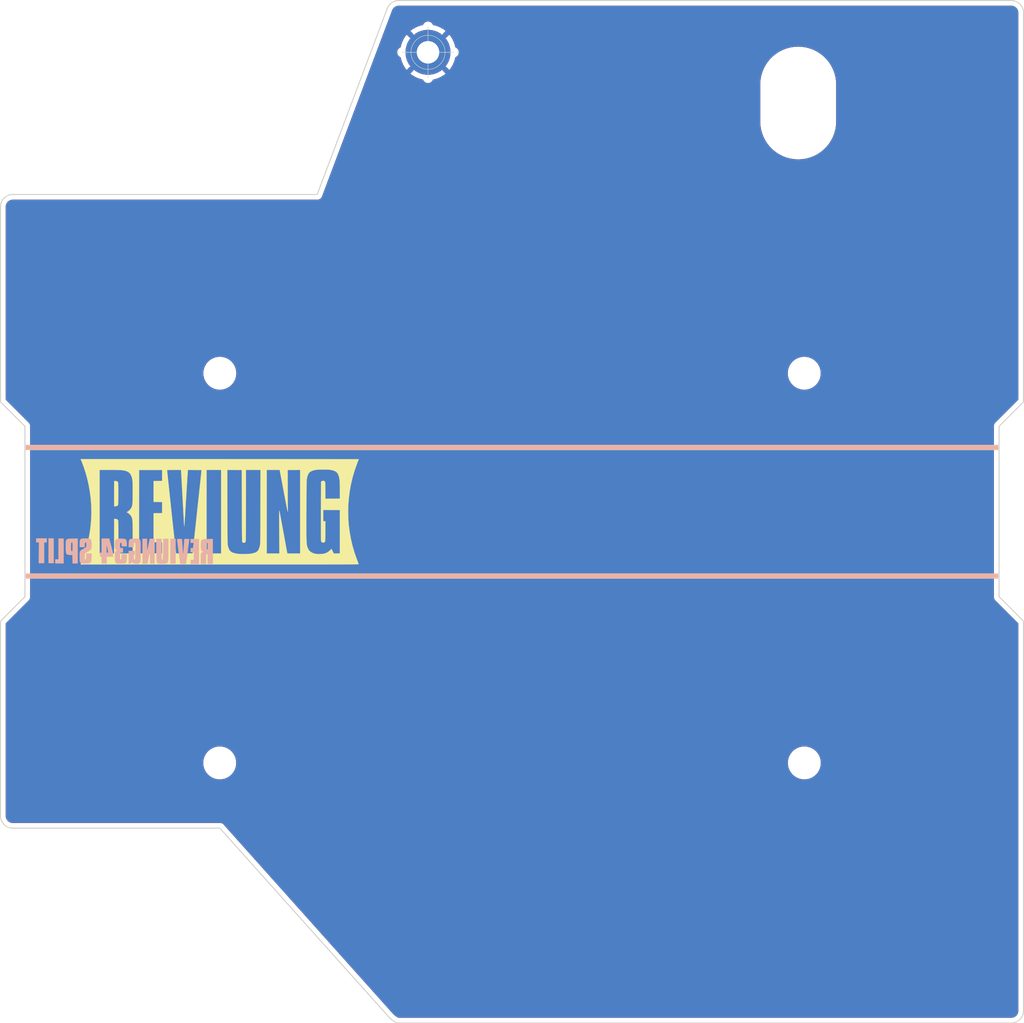
<source format=kicad_pcb>
(kicad_pcb (version 20211014) (generator pcbnew)
  (title_block (title "REVIUNG34-SPLIT-BOTTOM") (date "2019-08-30") (rev "1.0"))
  (layers (0 "F.Cu" signal) (31 "B.Cu" signal) (34 "B.Paste" user) (35 "F.Paste" user) (36 "B.SilkS" user "B.Silkscreen") (37 "F.SilkS" user "F.Silkscreen") (38 "B.Mask" user) (39 "F.Mask" user) (44 "Edge.Cuts" user))
  (net 0 "")
  (net 1 "GND")
  (footprint "MountingHole:MountingHole_2.2mm_M2_Pad" (layer "F.Cu") (at 91.78 55.07)
    (fp_text reference "H1" hide)
    (fp_text value "MountingHole_Pad")
    (pad "1" thru_hole circle locked (at 0 0) (size 4.4 4.4) (drill 2.2) (layers *.Cu *.Mask) (net 1 "GND"))
  )
  (footprint "_reviung-kbd:RESET_HOLE" (layer "F.Cu") (at 127.97 60.03)
    (fp_text reference "H6" hide)
    (fp_text value "RESET_HOLE" hide)
    (pad "" np_thru_hole oval locked (at 0 0) (size 6.4 10) (drill oval 6.4 10) (layers *.Cu *.Mask))
  )
  (footprint "MountingHole:MountingHole_2.2mm_M2" (layer "F.Cu") (at 128.56 86.46)
    (fp_text reference "H5" hide)
    (fp_text value "MountingHole_2.2mm_M2")
    (pad "" np_thru_hole circle locked (at 0 0) (size 2.2 2.2) (drill 2.2) (layers *.Cu *.Mask))
  )
  (footprint "MountingHole:MountingHole_2.2mm_M2" (layer "F.Cu") (at 71.43 86.46)
    (fp_text reference "H2" hide)
    (fp_text value "MountingHole_2.2mm_M2")
    (pad "" np_thru_hole circle locked (at 0 0) (size 2.2 2.2) (drill 2.2) (layers *.Cu *.Mask))
  )
  (footprint "MountingHole:MountingHole_2.2mm_M2" (layer "F.Cu") (at 71.42 124.57)
    (fp_text reference "H3" hide)
    (fp_text value "MountingHole_2.2mm_M2")
    (pad "" np_thru_hole circle locked (at 0 0) (size 2.2 2.2) (drill 2.2) (layers *.Cu *.Mask))
  )
  (footprint "MountingHole:MountingHole_2.2mm_M2" (layer "F.Cu") (at 128.57 124.57)
    (fp_text reference "H4" hide)
    (fp_text value "MountingHole_2.2mm_M2")
    (pad "" np_thru_hole circle locked (at 0 0) (size 2.2 2.2) (drill 2.2) (layers *.Cu *.Mask))
  )
  (footprint "_reviung-kbd:REVIUNG34-split-BP-L-logo-ver2" (layer "F.Cu") (at 100 100)
    (fp_text reference "G***" hide)
    (fp_text value "LOGO" hide)
    (fp_poly (pts (xy -27.826654 -5.143483) (xy -27.08021 -5.14343) (xy -26.34541 -5.143344) (xy -25.623371 -5.143225) (xy -24.915212 -5.143073) (xy -24.222051 -5.142891) (xy -23.545005 -5.142678) (xy -22.885194 -5.142437) (xy -22.243734 -5.142167) (xy -21.621744 -5.14187) (xy -21.020342 -5.141547) (xy -20.440646 -5.141198) (xy -19.883775 -5.140825) (xy -19.350846 -5.140428) (xy -18.842976 -5.140009) (xy -18.361286 -5.139568) (xy -17.906891 -5.139107) (xy -17.480912 -5.138626) (xy -17.084464 -5.138126) (xy -16.718667 -5.137608) (xy -16.384639 -5.137074) (xy -16.083498 -5.136523) (xy -15.816361 -5.135958) (xy -15.584347 -5.135378) (xy -15.388574 -5.134786) (xy -15.23016 -5.134181) (xy -15.110224 -5.133565) (xy -15.029882 -5.132939) (xy -14.990253 -5.132303) (xy -14.986 -5.132015) (xy -14.993408 -5.109527) (xy -15.013951 -5.054295) (xy -15.045111 -4.972907) (xy -15.084371 -4.871952) (xy -15.121518 -4.777473) (xy -15.366621 -4.102319) (xy -15.572761 -3.415824) (xy -15.740376 -2.715983) (xy -15.869906 -2.000794) (xy -15.96179 -1.268251) (xy -16.003483 -0.751417) (xy -16.012073 -0.568623) (xy -16.017237 -0.354948) (xy -16.019126 -0.119605) (xy -16.017891 0.128193) (xy -16.013683 0.379235) (xy -16.006654 0.624309) (xy -15.996954 0.854203) (xy -15.984736 1.059704) (xy -15.971071 1.222588) (xy -15.878342 1.958938) (xy -15.750774 2.672818) (xy -15.587811 3.366591) (xy -15.388899 4.042622) (xy -15.153481 4.703276) (xy -15.15236 4.706162) (xy -15.10539 4.827474) (xy -15.063327 4.936945) (xy -15.028746 5.027804) (xy -15.004222 5.093281) (xy -14.992332 5.126606) (xy -14.99202 5.127625) (xy -14.992581 5.130101) (xy -14.9964 5.132466) (xy -15.004438 5.13472) (xy -15.017654 5.136867) (xy -15.037007 5.138908) (xy -15.063456 5.140848) (xy -15.097961 5.142688) (xy -15.141481 5.144431) (xy -15.194976 5.14608) (xy -15.259404 5.147637) (xy -15.335725 5.149105) (xy -15.424898 5.150487) (xy -15.527883 5.151784) (xy -15.645639 5.153) (xy -15.779125 5.154138) (xy -15.9293 5.155199) (xy -16.097124 5.156187) (xy -16.283556 5.157105) (xy -16.489556 5.157954) (xy -16.716082 5.158737) (xy -16.964094 5.159457) (xy -17.234552 5.160117) (xy -17.528414 5.16072) (xy -17.84664 5.161267) (xy -18.190189 5.161761) (xy -18.56002 5.162206) (xy -18.957094 5.162603) (xy -19.382368 5.162956) (xy -19.836803 5.163267) (xy -20.321358 5.163538) (xy -20.836992 5.163772) (xy -21.384664 5.163972) (xy -21.965333 5.164141) (xy -22.57996 5.16428) (xy -23.229503 5.164393) (xy -23.914921 5.164483) (xy -24.637174 5.164551) (xy -25.397221 5.164601) (xy -26.196022 5.164634) (xy -27.034536 5.164655) (xy -27.913721 5.164664) (xy -28.583399 5.164666) (xy -42.185735 5.164666) (xy -42.151993 5.085291) (xy -41.895822 4.430195) (xy -41.674953 3.754607) (xy -41.490206 3.062591) (xy -41.342403 2.358213) (xy -41.232361 1.645538) (xy -41.160903 0.928631) (xy -41.128847 0.211558) (xy -41.127039 0.004473) (xy -41.143605 -0.6303) (xy -41.193177 -1.274509) (xy -41.274508 -1.921832) (xy -41.38635 -2.565944) (xy -41.527458 -3.200523) (xy -41.696583 -3.819244) (xy -41.783908 -4.085167) (xy -40.3225 -4.085167) (xy -40.3225 4.085166) (xy -38.904334 4.085166) (xy -38.904334 0.693568) (xy -38.766193 0.702364) (xy -38.655512 0.720366) (xy -38.577387 0.76081) (xy -38.526141 0.827961) (xy -38.501195 0.901541) (xy -38.498052 0.935921) (xy -38.495055 1.009084) (xy -38.492248 1.117479) (xy -38.489673 1.257555) (xy -38.487374 1.425762) (xy -38.485392 1.618549) (xy -38.483771 1.832366) (xy -38.482553 2.063661) (xy -38.481782 2.308885) (xy -38.481505 2.534708) (xy -38.481 4.085166) (xy -37.082274 4.085166) (xy -37.089072 2.460625) (xy -37.090352 2.15183) (xy -37.091476 1.902845) (xy -36.466369 1.902845) (xy -36.466311 2.237497) (xy -36.466148 2.550611) (xy -36.465884 2.840123) (xy -36.465519 3.103966) (xy -36.465058 3.340074) (xy -36.464502 3.546382) (xy -36.463854 3.720824) (xy -36.463115 3.861335) (xy -36.462289 3.965847) (xy -36.461378 4.032297) (xy -36.460384 4.058617) (xy -36.460314 4.058895) (xy -36.449829 4.064961) (xy -36.421486 4.069991) (xy -36.372429 4.074041) (xy -36.299801 4.077162) (xy -36.200746 4.079411) (xy -36.072407 4.080838) (xy -35.911926 4.0815) (xy -35.716449 4.081448) (xy -35.483116 4.080737) (xy -35.333051 4.080062) (xy -34.215917 4.074583) (xy -34.215917 2.995083) (xy -34.633959 2.989344) (xy -35.052 2.983605) (xy -35.052 0.149061) (xy -34.633959 0.143322) (xy -34.215917 0.137583) (xy -34.215917 -0.941917) (xy -34.633959 -0.947656) (xy -35.052 -0.953395) (xy -35.052 -3.004772) (xy -34.633959 -3.010511) (xy -34.215917 -3.01625) (xy -34.215917 -4.069292) (xy -33.723961 -4.069292) (xy -33.722217 -4.0477) (xy -33.716197 -3.986493) (xy -33.706168 -3.888146) (xy -33.692394 -3.755134) (xy -33.675139 -3.58993) (xy -33.654669 -3.39501) (xy -33.631249 -3.172848) (xy -33.605143 -2.925919) (xy -33.576617 -2.656697) (xy -33.545934 -2.367657) (xy -33.513361 -2.061274) (xy -33.479161 -1.740021) (xy -33.4436 -1.406374) (xy -33.406943 -1.062807) (xy -33.369455 -0.711794) (xy -33.3314 -0.355811) (xy -33.293043 0.002669) (xy -33.254649 0.36117) (xy -33.216483 0.717219) (xy -33.178811 1.06834) (xy -33.141896 1.412059) (xy -33.106003 1.745902) (xy -33.071398 2.067394) (xy -33.038346 2.374059) (xy -33.007111 2.663425) (xy -32.977958 2.933016) (xy -32.951152 3.180358) (xy -32.926958 3.402976) (xy -32.905641 3.598395) (xy -32.887465 3.764141) (xy -32.872696 3.89774) (xy -32.861599 3.996717) (xy -32.854438 4.058597) (xy -32.851653 4.080126) (xy -32.831025 4.081222) (xy -32.772656 4.081963) (xy -32.681132 4.08235) (xy -32.561045 4.082383) (xy -32.416984 4.082062) (xy -32.253537 4.081386) (xy -32.075294 4.080355) (xy -32.041084 4.080126) (xy -31.2315 4.074583) (xy -30.804728 0.09525) (xy -30.761043 -0.312262) (xy -30.718522 -0.709268) (xy -30.677391 -1.093654) (xy -30.637874 -1.463304) (xy -30.600196 -1.816104) (xy -30.564582 -2.149938) (xy -30.531257 -2.462691) (xy -30.500446 -2.75225) (xy -30.472373 -3.016498) (xy -30.447264 -3.253321) (xy -30.425343 -3.460603) (xy -30.406836 -3.636231) (xy -30.391967 -3.778088) (xy -30.38096 -3.884061) (xy -30.374042 -3.952033) (xy -30.371471 -3.979334) (xy -30.364986 -4.074584) (xy -31.024401 -4.080175) (xy -31.613064 -4.085167) (xy -29.866167 -4.085167) (xy -29.866167 4.085166) (xy -28.448 4.085166) (xy -28.448 -4.085167) (xy -29.866167 -4.085167) (xy -31.613064 -4.085167) (xy -31.680515 -4.085739) (xy -27.83533 -4.085739) (xy -27.828681 -0.471245) (xy -27.827832 -0.012919) (xy -27.827032 0.405045) (xy -27.826254 0.784619) (xy -27.82547 1.127775) (xy -27.824655 1.436483) (xy -27.823781 1.712715) (xy -27.822822 1.958443) (xy -27.821752 2.175638) (xy -27.820544 2.366271) (xy -27.819171 2.532315) (xy -27.817606 2.675741) (xy -27.815823 2.798519) (xy -27.813796 2.902623) (xy -27.811497 2.990022) (xy -27.8089 3.062689) (xy -27.805978 3.122596) (xy -27.802705 3.171712) (xy -27.799054 3.212011) (xy -27.794999 3.245464) (xy -27.790512 3.274042) (xy -27.785568 3.299716) (xy -27.780139 3.324458) (xy -27.777225 3.337135) (xy -27.724663 3.529133) (xy -27.661653 3.684195) (xy -27.583127 3.807372) (xy -27.484017 3.903717) (xy -27.359255 3.978283) (xy -27.203773 4.036123) (xy -27.034249 4.077875) (xy -26.933909 4.096021) (xy -26.815579 4.113633) (xy -26.703493 4.127132) (xy -26.694864 4.127992) (xy -26.579965 4.135554) (xy -26.436382 4.13944) (xy -26.273876 4.139907) (xy -26.102204 4.137214) (xy -25.931126 4.13162) (xy -25.7704 4.123383) (xy -25.629784 4.112762) (xy -25.519037 4.100017) (xy -25.49525 4.096197) (xy -25.294727 4.054901) (xy -25.130869 4.004891) (xy -24.998786 3.941351) (xy -24.893586 3.859469) (xy -24.810376 3.754429) (xy -24.744266 3.621416) (xy -24.690364 3.455618) (xy -24.645266 3.259666) (xy -24.640629 3.234071) (xy -24.63639 3.204227) (xy -24.632525 3.168176) (xy -24.629011 3.123959) (xy -24.625827 3.069618) (xy -24.622949 3.003195) (xy -24.620354 2.922732) (xy -24.618021 2.82627) (xy -24.615925 2.711851) (xy -24.614045 2.577516) (xy -24.612358 2.421307) (xy -24.61084 2.241267) (xy -24.609471 2.035435) (xy -24.608225 1.801855) (xy -24.607082 1.538568) (xy -24.606018 1.243615) (xy -24.605011 0.915038) (xy -24.604038 0.550879) (xy -24.603075 0.14918) (xy -24.602102 -0.292018) (xy -24.601656 -0.502709) (xy -24.594164 -4.085167) (xy -23.981834 -4.085167) (xy -23.981834 4.085166) (xy -22.751832 4.085166) (xy -22.766947 2.00025) (xy -22.769461 1.636576) (xy -22.771421 1.313437) (xy -22.77282 1.029034) (xy -22.77365 0.781573) (xy -22.773902 0.569255) (xy -22.773568 0.390286) (xy -22.77264 0.242868) (xy -22.77111 0.125206) (xy -22.768971 0.035503) (xy -22.766213 -0.028038) (xy -22.762828 -0.067212) (xy -22.75881 -0.083817) (xy -22.757531 -0.084667) (xy -22.734275 -0.079448) (xy -22.733 -0.077021) (xy -22.729248 -0.055584) (xy -22.718335 0.004675) (xy -22.700776 0.100946) (xy -22.677088 0.230418) (xy -22.647786 0.390283) (xy -22.613387 0.577729) (xy -22.574405 0.789949) (xy -22.531357 1.02413) (xy -22.484759 1.277464) (xy -22.435127 1.547142) (xy -22.382975 1.830351) (xy -22.352 1.99849) (xy -22.298628 2.288262) (xy -22.247477 2.566149) (xy -22.199065 2.82934) (xy -22.153907 3.07502) (xy -22.112518 3.300376) (xy -22.075416 3.502597) (xy -22.043116 3.678868) (xy -22.016133 3.826377) (xy -21.994985 3.942311) (xy -21.980186 4.023857) (xy -21.972253 4.068202) (xy -21.971 4.075761) (xy -21.950704 4.078136) (xy -21.893291 4.080291) (xy -21.80398 4.082147) (xy -21.687988 4.083625) (xy -21.550533 4.084648) (xy -21.396832 4.085136) (xy -21.346584 4.085166) (xy -20.722167 4.085166) (xy -20.722167 1.37212) (xy -20.105282 1.37212) (xy -20.105144 1.657435) (xy -20.104552 1.911329) (xy -20.103465 2.135983) (xy -20.101839 2.33358) (xy -20.099632 2.506303) (xy -20.096799 2.656332) (xy -20.093299 2.785852) (xy -20.089089 2.897043) (xy -20.084125 2.992088) (xy -20.078365 3.073169) (xy -20.071766 3.142469) (xy -20.064284 3.20217) (xy -20.055878 3.254454) (xy -20.046504 3.301503) (xy -20.036119 3.345499) (xy -20.033712 3.354916) (xy -19.989946 3.492114) (xy -19.932544 3.625643) (xy -19.868009 3.741868) (xy -19.814535 3.814463) (xy -19.69266 3.923538) (xy -19.537321 4.013793) (xy -19.354176 4.082579) (xy -19.148885 4.127247) (xy -19.14525 4.12778) (xy -19.037974 4.137352) (xy -18.904341 4.140328) (xy -18.757634 4.137272) (xy -18.611135 4.128748) (xy -18.478128 4.115321) (xy -18.371894 4.097555) (xy -18.358319 4.09436) (xy -18.176894 4.035331) (xy -18.0169 3.951118) (xy -17.866171 3.834785) (xy -17.809396 3.781307) (xy -17.655933 3.630083) (xy -17.543837 3.858176) (xy -17.431742 4.08627) (xy -17.134913 4.080426) (xy -16.838084 4.074583) (xy -16.838084 -0.15875) (xy -17.647709 -0.164294) (xy -18.457334 -0.169837) (xy -18.457334 0.931333) (xy -18.245667 0.931333) (xy -18.246589 1.846791) (xy -18.247201 2.043379) (xy -18.248573 2.229887) (xy -18.250612 2.401395) (xy -18.253224 2.552981) (xy -18.256315 2.679722) (xy -18.259793 2.776695) (xy -18.263563 2.838981) (xy -18.265741 2.856731) (xy -18.296662 2.945929) (xy -18.3508 3.00082) (xy -18.432469 3.024972) (xy -18.471224 3.026833) (xy -18.564848 3.009099) (xy -18.633705 2.957829) (xy -18.674302 2.875918) (xy -18.679005 2.854573) (xy -18.680508 2.8251) (xy -18.681871 2.755817) (xy -18.68309 2.649244) (xy -18.684157 2.507906) (xy -18.685068 2.334323) (xy -18.685816 2.131017) (xy -18.686396 1.900512) (xy -18.686802 1.645329) (xy -18.687028 1.36799) (xy -18.687068 1.071018) (xy -18.686917 0.756935) (xy -18.686569 0.428263) (xy -18.686018 0.087524) (xy -18.685699 -0.070627) (xy -18.679584 -2.924671) (xy -18.620195 -2.975752) (xy -18.553791 -3.015044) (xy -18.470098 -3.026833) (xy -18.469082 -3.026834) (xy -18.376806 -3.01298) (xy -18.313179 -2.969229) (xy -18.274279 -2.8923) (xy -18.265741 -2.856732) (xy -18.261431 -2.813582) (xy -18.257432 -2.73371) (xy -18.253871 -2.622727) (xy -18.250876 -2.486245) (xy -18.248575 -2.329874) (xy -18.247096 -2.159227) (xy -18.246589 -2.01584) (xy -18.245667 -1.26943) (xy -17.541875 -1.275007) (xy -16.838084 -1.280584) (xy -16.839117 -2.0955) (xy -16.839969 -2.342293) (xy -16.842088 -2.551828) (xy -16.845834 -2.729169) (xy -16.851567 -2.879383) (xy -16.859648 -3.007535) (xy -16.870436 -3.11869) (xy -16.884292 -3.217914) (xy -16.901575 -3.310271) (xy -16.922647 -3.400828) (xy -16.935394 -3.44953) (xy -16.988305 -3.610004) (xy -17.054907 -3.740687) (xy -17.140205 -3.845772) (xy -17.249205 -3.929451) (xy -17.386913 -3.995917) (xy -17.558335 -4.049362) (xy -17.686145 -4.078284) (xy -17.753378 -4.090403) (xy -17.825008 -4.099781) (xy -17.907438 -4.106738) (xy -18.00707 -4.111594) (xy -18.130308 -4.114666) (xy -18.283552 -4.116276) (xy -18.457334 -4.116739) (xy -18.66622 -4.115964) (xy -18.839316 -4.113054) (xy -18.983137 -4.107343) (xy -19.104202 -4.098162) (xy -19.209026 -4.084845) (xy -19.304127 -4.066724) (xy -19.396021 -4.043133) (xy -19.491226 -4.013405) (xy -19.501989 -4.009796) (xy -19.654402 -3.946936) (xy -19.772882 -3.869342) (xy -19.864617 -3.769757) (xy -19.936795 -3.64092) (xy -19.980496 -3.526548) (xy -19.995914 -3.480024) (xy -20.009858 -3.436365) (xy -20.02241 -3.393318) (xy -20.033649 -3.348631) (xy -20.043657 -3.30005) (xy -20.052514 -3.245323) (xy -20.0603 -3.182198) (xy -20.067097 -3.108421) (xy -20.072985 -3.02174) (xy -20.078044 -2.919903) (xy -20.082356 -2.800656) (xy -20.086 -2.661747) (xy -20.089058 -2.500923) (xy -20.091609 -2.315932) (xy -20.093736 -2.10452) (xy -20.095517 -1.864435) (xy -20.097035 -1.593425) (xy -20.098369 -1.289236) (xy -20.0996 -0.949617) (xy -20.100809 -0.572313) (xy -20.102076 -0.155073) (xy -20.102161 -0.127) (xy -20.103406 0.305823) (xy -20.10437 0.698496) (xy -20.10501 1.053201) (xy -20.105282 1.37212) (xy -20.722167 1.37212) (xy -20.722167 -4.085816) (xy -21.934897 -4.074584) (xy -21.931356 -2.25425) (xy -21.930664 -1.974872) (xy -21.929705 -1.703755) (xy -21.928509 -1.444435) (xy -21.927104 -1.200447) (xy -21.925521 -0.975326) (xy -21.923787 -0.772607) (xy -21.921933 -0.595824) (xy -21.919988 -0.448514) (xy -21.91798 -0.33421) (xy -21.915939 -0.256448) (xy -21.914632 -0.227542) (xy -21.909423 -0.130745) (xy -21.909096 -0.068971) (xy -21.91424 -0.035128) (xy -21.925444 -0.022123) (xy -21.931783 -0.021167) (xy -21.938699 -0.030058) (xy -21.948583 -0.058019) (xy -21.961826 -0.106986) (xy -21.97882 -0.178896) (xy -21.999953 -0.275682) (xy -22.025616 -0.39928) (xy -22.0562 -0.551626) (xy -22.092095 -0.734655) (xy -22.133691 -0.950302) (xy -22.181379 -1.200503) (xy -22.23555 -1.487192) (xy -22.296592 -1.812306) (xy -22.341638 -2.053167) (xy -22.721157 -4.085167) (xy -23.981834 -4.085167) (xy -24.594164 -4.085167) (xy -26.013834 -4.085167) (xy -26.015029 -0.619125) (xy -26.015268 -0.142521) (xy -26.015649 0.293215) (xy -26.016184 0.689545) (xy -26.016882 1.047935) (xy -26.017756 1.369849) (xy -26.018816 1.65675) (xy -26.020074 1.910102) (xy -26.021539 2.131371) (xy -26.023223 2.322019) (xy -26.025137 2.483511) (xy -26.027292 2.617312) (xy -26.029698 2.724885) (xy -26.032368 2.807694) (xy -26.03531 2.867204) (xy -26.038538 2.904879) (xy -26.041487 2.920751) (xy -26.084436 2.988683) (xy -26.150527 3.0303) (xy -26.228111 3.043405) (xy -26.305536 3.0258) (xy -26.36547 2.981866) (xy -26.370615 2.975176) (xy -26.375309 2.965715) (xy -26.37958 2.951562) (xy -26.383454 2.930796) (xy -26.386959 2.901495) (xy -26.390123 2.861738) (xy -26.392972 2.809605) (xy -26.395534 2.743174) (xy -26.397837 2.660524) (xy -26.399907 2.559734) (xy -26.401773 2.438883) (xy -26.403461 2.296049) (xy -26.404999 2.129313) (xy -26.406414 1.936752) (xy -26.407733 1.716445) (xy -26.408984 1.466472) (xy -26.410194 1.184911) (xy -26.411391 0.869841) (xy -26.412602 0.519341) (xy -26.413853 0.13149) (xy -26.415174 -0.295633) (xy -26.416 -0.568429) (xy -26.426584 -4.074584) (xy -27.130957 -4.080162) (xy -27.83533 -4.085739) (xy -31.680515 -4.085739) (xy -31.683817 -4.085767) (xy -31.69539 -3.995509) (xy -31.698099 -3.963367) (xy -31.703178 -3.891601) (xy -31.710463 -3.782842) (xy -31.719788 -3.639725) (xy -31.730988 -3.46488) (xy -31.743897 -3.260941) (xy -31.758352 -3.030541) (xy -31.774186 -2.776311) (xy -31.791234 -2.500885) (xy -31.809332 -2.206895) (xy -31.828314 -1.896974) (xy -31.848015 -1.573755) (xy -31.868269 -1.239869) (xy -31.868367 -1.23825) (xy -31.888531 -0.906071) (xy -31.908096 -0.585678) (xy -31.926903 -0.279601) (xy -31.944792 0.009632) (xy -31.961602 0.279492) (xy -31.977173 0.52745) (xy -31.991344 0.750976) (xy -32.003955 0.947543) (xy -32.014846 1.11462) (xy -32.023856 1.24968) (xy -32.030825 1.350193) (xy -32.035592 1.41363) (xy -32.037998 1.437463) (xy -32.038052 1.437569) (xy -32.055545 1.437177) (xy -32.057829 1.415283) (xy -32.062211 1.353694) (xy -32.068542 1.254986) (xy -32.076675 1.121739) (xy -32.086463 0.956529) (xy -32.097758 0.761936) (xy -32.110413 0.540536) (xy -32.124279 0.294908) (xy -32.13921 0.027629) (xy -32.155058 -0.258722) (xy -32.171675 -0.561567) (xy -32.188914 -0.878329) (xy -32.203235 -1.143392) (xy -32.221037 -1.473443) (xy -32.238392 -1.794224) (xy -32.255145 -2.102918) (xy -32.27114 -2.396705) (xy -32.286224 -2.672769) (xy -32.300239 -2.928292) (xy -32.313032 -3.160456) (xy -32.324447 -3.366444) (xy -32.334329 -3.543437) (xy -32.342523 -3.688618) (xy -32.348873 -3.79917) (xy -32.353225 -3.872274) (xy -32.355021 -3.899959) (xy -32.368328 -4.085167) (xy -33.042165 -4.085167) (xy -33.206669 -4.084687) (xy -33.357141 -4.083326) (xy -33.488478 -4.081202) (xy -33.59558 -4.078435) (xy -33.673343 -4.075143) (xy -33.716667 -4.071445) (xy -33.723961 -4.069292) (xy -34.215917 -4.069292) (xy -34.215917 -4.074584) (xy -36.459584 -4.074584) (xy -36.465014 -0.021167) (xy -36.465512 0.390183) (xy -36.465895 0.790326) (xy -36.466164 1.177194) (xy -36.466321 1.548722) (xy -36.466369 1.902845) (xy -37.091476 1.902845) (xy -37.09157 1.882253) (xy -37.09293 1.648778) (xy -37.094637 1.448288) (xy -37.096896 1.277669) (xy -37.099912 1.133805) (xy -37.103889 1.01358) (xy -37.109031 0.913879) (xy -37.115544 0.831587) (xy -37.123632 0.763587) (xy -37.133499 0.706765) (xy -37.145351 0.658005) (xy -37.159391 0.614191) (xy -37.175825 0.572209) (xy -37.194857 0.528941) (xy -37.216691 0.481274) (xy -37.219473 0.47519) (xy -37.281921 0.37267) (xy -37.372025 0.26842) (xy -37.477534 0.174821) (xy -37.586191 0.104258) (xy -37.586969 0.103856) (xy -37.691977 0.049749) (xy -37.588585 -0.00837) (xy -37.4714 -0.089743) (xy -37.360276 -0.194644) (xy -37.268139 -0.309712) (xy -37.223527 -0.385718) (xy -37.196568 -0.442519) (xy -37.173645 -0.496605) (xy -37.154433 -0.551841) (xy -37.138607 -0.612096) (xy -37.12584 -0.681236) (xy -37.115808 -0.763127) (xy -37.108184 -0.861637) (xy -37.102644 -0.980633) (xy -37.098863 -1.123982) (xy -37.096514 -1.29555) (xy -37.095272 -1.499205) (xy -37.094812 -1.738813) (xy -37.094779 -1.915584) (xy -37.09489 -2.160987) (xy -37.095224 -2.368128) (xy -37.095926 -2.541076) (xy -37.097138 -2.683904) (xy -37.099006 -2.800681) (xy -37.101671 -2.895477) (xy -37.105279 -2.972365) (xy -37.109972 -3.035414) (xy -37.115894 -3.088696) (xy -37.123189 -3.13628) (xy -37.132001 -3.182237) (xy -37.140951 -3.223785) (xy -37.19438 -3.422528) (xy -37.259852 -3.584573) (xy -37.340468 -3.714598) (xy -37.439326 -3.817284) (xy -37.559526 -3.89731) (xy -37.600708 -3.917831) (xy -37.67907 -3.952385) (xy -37.757223 -3.981924) (xy -37.839102 -4.006827) (xy -37.928647 -4.027476) (xy -38.029793 -4.04425) (xy -38.146479 -4.057531) (xy -38.282642 -4.067698) (xy -38.442219 -4.075132) (xy -38.629147 -4.080214) (xy -38.847363 -4.083324) (xy -39.100805 -4.084843) (xy -39.332404 -4.085167) (xy -40.3225 -4.085167) (xy -41.783908 -4.085167) (xy -41.89248 -4.415785) (xy -42.107583 -4.968875) (xy -42.181246 -5.1435) (xy -28.583623 -5.1435) (xy -27.826654 -5.143483)) (layer "F.SilkS") (width 0.01) (fill solid))
    (fp_poly (pts (xy 47.603833 6.5405) (xy -47.625 6.5405) (xy -47.625 6.053666) (xy 47.603833 6.053666) (xy 47.603833 6.5405)) (layer "F.SilkS") (width 0.01) (fill solid))
    (fp_poly (pts (xy -38.766867 -2.998952) (xy -38.667466 -2.986213) (xy -38.600965 -2.966768) (xy -38.55796 -2.93544) (xy -38.529045 -2.887056) (xy -38.519737 -2.862955) (xy -38.512501 -2.82105) (xy -38.506233 -2.7424) (xy -38.50093 -2.632156) (xy -38.496589 -2.495475) (xy -38.493207 -2.337508) (xy -38.490781 -2.163412) (xy -38.489308 -1.978339) (xy -38.488784 -1.787443) (xy -38.489208 -1.59588) (xy -38.490575 -1.408802) (xy -38.492884 -1.231363) (xy -38.49613 -1.068719) (xy -38.500311 -0.926022) (xy -38.505424 -0.808427) (xy -38.511466 -0.721088) (xy -38.518434 -0.669159) (xy -38.521024 -0.660461) (xy -38.569079 -0.590937) (xy -38.645155 -0.547997) (xy -38.752624 -0.529977) (xy -38.786866 -0.529167) (xy -38.904334 -0.529167) (xy -38.904334 -3.011789) (xy -38.766867 -2.998952)) (layer "F.SilkS") (width 0.01) (fill solid))
    (fp_poly (pts (xy 47.603833 -6.0325) (xy -47.625 -6.0325) (xy -47.625 -6.5405) (xy 47.603833 -6.5405) (xy 47.603833 -6.0325)) (layer "F.SilkS") (width 0.01) (fill solid))
  )
  (footprint "_reviung-kbd:REVIUNG34-split-BP-R-logo-ver2" (layer "B.Cu") (at 100 100 180)
    (fp_text reference "G***" hide)
    (fp_text value "LOGO" hide)
    (fp_poly (pts (xy 33.401 -5.08) (xy 32.893 -5.08) (xy 32.893 -2.645834) (xy 33.401 -2.645834) (xy 33.401 -5.08)) (layer "B.SilkS") (width 0.01) (fill solid))
    (fp_poly (pts (xy 32.086252 -3.339042) (xy 32.102643 -3.559427) (xy 32.117698 -3.748757) (xy 32.13125 -3.905458) (xy 32.143132 -4.027956) (xy 32.153177 -4.114678) (xy 32.161219 -4.164051) (xy 32.167091 -4.174501) (xy 32.170627 -4.144454) (xy 32.170885 -4.138084) (xy 32.173607 -4.083014) (xy 32.178822 -3.995607) (xy 32.186077 -3.882272) (xy 32.194916 -3.749421) (xy 32.204887 -3.603465) (xy 32.215535 -3.450814) (xy 32.226406 -3.297878) (xy 32.237045 -3.151069) (xy 32.246999 -3.016797) (xy 32.255814 -2.901473) (xy 32.263035 -2.811507) (xy 32.268208 -2.75331) (xy 32.270219 -2.735792) (xy 32.281084 -2.667) (xy 32.512959 -2.667) (xy 32.614398 -2.667361) (xy 32.680879 -2.669453) (xy 32.719777 -2.674792) (xy 32.738464 -2.684893) (xy 32.744317 -2.701272) (xy 32.744736 -2.714625) (xy 32.742082 -2.744115) (xy 32.734488 -2.811585) (xy 32.722446 -2.913034) (xy 32.706449 -3.044458) (xy 32.686992 -3.201855) (xy 32.664568 -3.381222) (xy 32.639669 -3.578557) (xy 32.61279 -3.789858) (xy 32.596666 -3.915834) (xy 32.568955 -4.132135) (xy 32.54293 -4.335796) (xy 32.519079 -4.522955) (xy 32.497892 -4.689749) (xy 32.479858 -4.832317) (xy 32.465466 -4.946799) (xy 32.455204 -5.029332) (xy 32.449561 -5.076054) (xy 32.448596 -5.085292) (xy 32.428684 -5.091112) (xy 32.374182 -5.095974) (xy 32.292831 -5.099445) (xy 32.192371 -5.101091) (xy 32.16461 -5.101167) (xy 31.880721 -5.101167) (xy 31.867862 -5.021792) (xy 31.86089 -4.975073) (xy 31.84939 -4.89361) (xy 31.833991 -4.782116) (xy 31.815318 -4.645305) (xy 31.793998 -4.487888) (xy 31.770658 -4.31458) (xy 31.745924 -4.130093) (xy 31.720425 -3.939141) (xy 31.694785 -3.746437) (xy 31.669633 -3.556693) (xy 31.645594 -3.374623) (xy 31.623296 -3.20494) (xy 31.603365 -3.052357) (xy 31.586429 -2.921587) (xy 31.573113 -2.817344) (xy 31.564045 -2.74434) (xy 31.559852 -2.707288) (xy 31.559636 -2.704042) (xy 31.563618 -2.687914) (xy 31.580427 -2.677245) (xy 31.617144 -2.670937) (xy 31.68085 -2.667892) (xy 31.778625 -2.667013) (xy 31.798601 -2.667) (xy 32.037703 -2.667) (xy 32.086252 -3.339042)) (layer "B.SilkS") (width 0.01) (fill solid))
    (fp_poly (pts (xy 44.344166 -4.656667) (xy 44.661666 -4.656667) (xy 44.661666 -5.058834) (xy 43.836166 -5.058834) (xy 43.836166 -2.624667) (xy 44.344166 -2.624667) (xy 44.344166 -4.656667)) (layer "B.SilkS") (width 0.01) (fill solid))
    (fp_poly (pts (xy 47.625 -6.5405) (xy -47.625 -6.5405) (xy -47.625 -6.053667) (xy 47.625 -6.053667) (xy 47.625 -6.5405)) (layer "B.SilkS") (width 0.01) (fill solid))
    (fp_poly (pts (xy 47.625 6.053666) (xy -47.625 6.053666) (xy -47.625 6.5405) (xy 47.625 6.5405) (xy 47.625 6.053666)) (layer "B.SilkS") (width 0.01) (fill solid))
    (fp_poly (pts (xy 42.920708 -2.628169) (xy 43.096351 -2.631788) (xy 43.234994 -2.637551) (xy 43.341963 -2.646856) (xy 43.422583 -2.661101) (xy 43.482182 -2.681685) (xy 43.526085 -2.710004) (xy 43.559618 -2.747458) (xy 43.588108 -2.795445) (xy 43.59275 -2.804584) (xy 43.60593 -2.833814) (xy 43.616066 -2.865987) (xy 43.623553 -2.906833) (xy 43.628786 -2.962078) (xy 43.63216 -3.037451) (xy 43.634071 -3.138678) (xy 43.634913 -3.271488) (xy 43.635083 -3.418417) (xy 43.634271 -3.621549) (xy 43.630325 -3.786504) (xy 43.620983 -3.917432) (xy 43.603983 -4.018479) (xy 43.57706 -4.093793) (xy 43.537953 -4.147523) (xy 43.484397 -4.183818) (xy 43.414131 -4.206823) (xy 43.324891 -4.220689) (xy 43.214415 -4.229562) (xy 43.191802 -4.230967) (xy 42.978916 -4.243917) (xy 42.973167 -4.651375) (xy 42.967419 -5.058834) (xy 42.460333 -5.058834) (xy 42.460333 -3.429) (xy 42.968333 -3.429) (xy 42.968527 -3.572901) (xy 42.969456 -3.679912) (xy 42.971642 -3.755477) (xy 42.975608 -3.805039) (xy 42.981876 -3.83404) (xy 42.990967 -3.847925) (xy 43.003404 -3.852137) (xy 43.008935 -3.852334) (xy 43.062086 -3.845617) (xy 43.083018 -3.839486) (xy 43.095017 -3.829894) (xy 43.103817 -3.807904) (xy 43.109891 -3.76786) (xy 43.113709 -3.704106) (xy 43.115744 -3.610986) (xy 43.116468 -3.482844) (xy 43.1165 -3.438064) (xy 43.116226 -3.300396) (xy 43.115006 -3.199047) (xy 43.112239 -3.128003) (xy 43.107325 -3.081251) (xy 43.099666 -3.052776) (xy 43.08866 -3.036566) (xy 43.075558 -3.027578) (xy 43.040426 -3.009848) (xy 43.013951 -3.002387) (xy 42.99491 -3.00978) (xy 42.982076 -3.036611) (xy 42.974226 -3.087466) (xy 42.970135 -3.166927) (xy 42.968579 -3.27958) (xy 42.968333 -3.429) (xy 42.460333 -3.429) (xy 42.460333 -2.621088) (xy 42.920708 -2.628169)) (layer "B.SilkS") (width 0.01) (fill solid))
    (fp_poly (pts (xy 29.712708 -2.670503) (xy 29.888358 -2.674122) (xy 30.027006 -2.679885) (xy 30.133977 -2.689191) (xy 30.214598 -2.703435) (xy 30.274191 -2.724018) (xy 30.318084 -2.752337) (xy 30.3516 -2.789789) (xy 30.380065 -2.837772) (xy 30.384705 -2.846917) (xy 30.400272 -2.882307) (xy 30.411509 -2.921456) (xy 30.419092 -2.971694) (xy 30.423697 -3.040351) (xy 30.425998 -3.134755) (xy 30.426673 -3.262236) (xy 30.426666 -3.302) (xy 30.425215 -3.462103) (xy 30.420133 -3.58582) (xy 30.40985 -3.679051) (xy 30.392793 -3.747693) (xy 30.367393 -3.797644) (xy 30.332077 -3.834803) (xy 30.285275 -3.865069) (xy 30.275268 -3.870364) (xy 30.19425 -3.912259) (xy 30.247166 -3.932967) (xy 30.326491 -3.984707) (xy 30.388219 -4.064913) (xy 30.417762 -4.141329) (xy 30.423543 -4.187108) (xy 30.42866 -4.267365) (xy 30.43282 -4.374245) (xy 30.435731 -4.499894) (xy 30.437101 -4.636458) (xy 30.437161 -4.661959) (xy 30.437666 -5.101167) (xy 29.9085 -5.101167) (xy 29.9085 -4.636245) (xy 29.908344 -4.484411) (xy 29.907548 -4.369426) (xy 29.905617 -4.285807) (xy 29.902059 -4.22807) (xy 29.896378 -4.190733) (xy 29.888082 -4.168311) (xy 29.876677 -4.15532) (xy 29.864512 -4.147782) (xy 29.832545 -4.132423) (xy 29.807881 -4.127688) (xy 29.789575 -4.137898) (xy 29.776683 -4.167372) (xy 29.76826 -4.22043) (xy 29.763362 -4.301393) (xy 29.761043 -4.41458) (xy 29.76036 -4.564311) (xy 29.760333 -4.624253) (xy 29.760333 -5.101167) (xy 29.252333 -5.101167) (xy 29.252333 -3.366841) (xy 29.760333 -3.366841) (xy 29.760333 -3.685682) (xy 29.829125 -3.67905) (xy 29.897916 -3.672417) (xy 29.903858 -3.386858) (xy 29.905692 -3.269773) (xy 29.905024 -3.187823) (xy 29.901157 -3.133848) (xy 29.893388 -3.100688) (xy 29.881021 -3.081184) (xy 29.873354 -3.07465) (xy 29.825251 -3.052289) (xy 29.798621 -3.048) (xy 29.783888 -3.051036) (xy 29.773491 -3.06429) (xy 29.766685 -3.093979) (xy 29.762722 -3.146319) (xy 29.760856 -3.227529) (xy 29.76034 -3.343825) (xy 29.760333 -3.366841) (xy 29.252333 -3.366841) (xy 29.252333 -2.663422) (xy 29.712708 -2.670503)) (layer "B.SilkS") (width 0.01) (fill solid))
    (fp_poly (pts (xy 45.317833 -5.037667) (xy 44.809833 -5.037667) (xy 44.809833 -2.6035) (xy 45.317833 -2.6035) (xy 45.317833 -5.037667)) (layer "B.SilkS") (width 0.01) (fill solid))
    (fp_poly (pts (xy 40.132 -4.0005) (xy 40.280166 -4.0005) (xy 40.280166 -4.402667) (xy 40.132 -4.402667) (xy 40.132 -5.058834) (xy 39.624 -5.058834) (xy 39.624 -4.402667) (xy 39.010166 -4.402667) (xy 39.009832 -4.206875) (xy 39.010475 -4.150613) (xy 39.013346 -4.096764) (xy 39.019555 -4.039991) (xy 39.030211 -3.974959) (xy 39.030402 -3.974028) (xy 39.475833 -3.974028) (xy 39.495593 -3.992744) (xy 39.551367 -4.000402) (xy 39.5605 -4.0005) (xy 39.645166 -4.0005) (xy 39.645166 -3.615972) (xy 39.644635 -3.494539) (xy 39.643158 -3.389994) (xy 39.640912 -3.308749) (xy 39.638071 -3.257221) (xy 39.634924 -3.241687) (xy 39.627491 -3.264557) (xy 39.613398 -3.320657) (xy 39.594437 -3.401735) (xy 39.5724 -3.499541) (xy 39.54908 -3.605824) (xy 39.52627 -3.712332) (xy 39.50576 -3.810814) (xy 39.489345 -3.89302) (xy 39.478817 -3.950698) (xy 39.475833 -3.974028) (xy 39.030402 -3.974028) (xy 39.046424 -3.896333) (xy 39.069304 -3.798777) (xy 39.099961 -3.676956) (xy 39.139504 -3.525533) (xy 39.189043 -3.339173) (xy 39.194732 -3.317875) (xy 39.379966 -2.624667) (xy 40.132 -2.624667) (xy 40.132 -4.0005)) (layer "B.SilkS") (width 0.01) (fill solid))
    (fp_poly (pts (xy 37.055368 -2.637646) (xy 37.190342 -2.646747) (xy 37.292589 -2.667295) (xy 37.366861 -2.703524) (xy 37.417907 -2.759667) (xy 37.450478 -2.839958) (xy 37.469326 -2.948629) (xy 37.479201 -3.089914) (xy 37.482122 -3.169709) (xy 37.491498 -3.471334) (xy 36.978166 -3.471334) (xy 36.978166 -3.290025) (xy 36.974501 -3.173732) (xy 36.962486 -3.094468) (xy 36.940593 -3.047482) (xy 36.907294 -3.028024) (xy 36.8935 -3.026834) (xy 36.871884 -3.02896) (xy 36.854306 -3.037881) (xy 36.84045 -3.057408) (xy 36.829999 -3.091354) (xy 36.822637 -3.143531) (xy 36.818048 -3.217751) (xy 36.815916 -3.317826) (xy 36.815924 -3.447568) (xy 36.817756 -3.61079) (xy 36.821097 -3.811304) (xy 36.822427 -3.883693) (xy 36.826512 -4.094836) (xy 36.830475 -4.267263) (xy 36.834825 -4.404588) (xy 36.840073 -4.510422) (xy 36.846726 -4.58838) (xy 36.855295 -4.642073) (xy 36.866289 -4.675114) (xy 36.880217 -4.691118) (xy 36.897588 -4.693696) (xy 36.918912 -4.686461) (xy 36.93448 -4.678558) (xy 36.954136 -4.664509) (xy 36.966842 -4.642082) (xy 36.974088 -4.602918) (xy 36.977365 -4.53866) (xy 36.978164 -4.440949) (xy 36.978166 -4.433672) (xy 36.978166 -4.212167) (xy 36.92525 -4.212167) (xy 36.9002 -4.21065) (xy 36.884646 -4.200668) (xy 36.876326 -4.174076) (xy 36.872977 -4.122726) (xy 36.872335 -4.038473) (xy 36.872333 -4.021667) (xy 36.872333 -3.831167) (xy 37.486166 -3.831167) (xy 37.486166 -5.08) (xy 37.374563 -5.08) (xy 37.308085 -5.077966) (xy 37.26909 -5.067034) (xy 37.242758 -5.039956) (xy 37.223063 -5.005917) (xy 37.191256 -4.952906) (xy 37.166291 -4.935789) (xy 37.137734 -4.951816) (xy 37.113738 -4.977088) (xy 37.064472 -5.018217) (xy 37.007394 -5.050298) (xy 36.930169 -5.071935) (xy 36.828342 -5.085924) (xy 36.719151 -5.091054) (xy 36.619837 -5.086115) (xy 36.582276 -5.080142) (xy 36.490732 -5.054974) (xy 36.42881 -5.019876) (xy 36.383805 -4.965483) (xy 36.35705 -4.914148) (xy 36.346292 -4.889773) (xy 36.337372 -4.864754) (xy 36.330119 -4.835086) (xy 36.32436 -4.796762) (xy 36.319923 -4.745777) (xy 36.316636 -4.678124) (xy 36.314326 -4.589798) (xy 36.312822 -4.476792) (xy 36.311952 -4.335101) (xy 36.311542 -4.160718) (xy 36.311422 -3.949638) (xy 36.311416 -3.852334) (xy 36.311467 -3.608683) (xy 36.31194 -3.40376) (xy 36.313315 -3.233958) (xy 36.316072 -3.095671) (xy 36.320691 -2.985292) (xy 36.32765 -2.899216) (xy 36.337431 -2.833835) (xy 36.350514 -2.785545) (xy 36.367377 -2.750739) (xy 36.388501 -2.72581) (xy 36.414365 -2.707153) (xy 36.44545 -2.691161) (xy 36.467257 -2.681139) (xy 36.511042 -2.663314) (xy 36.557064 -2.650844) (xy 36.613927 -2.64279) (xy 36.690233 -2.638212) (xy 36.794584 -2.636171) (xy 36.882916 -2.635758) (xy 37.055368 -2.637646)) (layer "B.SilkS") (width 0.01) (fill solid))
    (fp_poly (pts (xy 34.112599 -3.654289) (xy 34.117049 -3.888769) (xy 34.121091 -4.084471) (xy 34.124909 -4.244945) (xy 34.128691 -4.373743) (xy 34.13262 -4.474415) (xy 34.136883 -4.550511) (xy 34.141667 -4.605583) (xy 34.147155 -4.643182) (xy 34.153536 -4.666858) (xy 34.160993 -4.680162) (xy 34.166517 -4.684937) (xy 34.2082 -4.694568) (xy 34.235309 -4.679306) (xy 34.24314 -4.669113) (xy 34.249667 -4.650307) (xy 34.255005 -4.619324) (xy 34.259269 -4.5726) (xy 34.262576 -4.506572) (xy 34.265042 -4.417678) (xy 34.266782 -4.302352) (xy 34.267913 -4.157033) (xy 34.26855 -3.978157) (xy 34.268809 -3.76216) (xy 34.268833 -3.648658) (xy 34.268833 -2.645834) (xy 34.77859 -2.645834) (xy 34.77242 -3.762375) (xy 34.770966 -4.019343) (xy 34.769433 -4.23736) (xy 34.767459 -4.419805) (xy 34.764685 -4.570059) (xy 34.76075 -4.691502) (xy 34.755295 -4.787516) (xy 34.747958 -4.861481) (xy 34.738379 -4.916776) (xy 34.726199 -4.956784) (xy 34.711057 -4.984883) (xy 34.692593 -5.004455) (xy 34.670446 -5.018881) (xy 34.644255 -5.03154) (xy 34.636795 -5.034934) (xy 34.551787 -5.061449) (xy 34.435497 -5.080522) (xy 34.29843 -5.091476) (xy 34.151095 -5.093636) (xy 34.003997 -5.086324) (xy 33.94075 -5.079771) (xy 33.821792 -5.060126) (xy 33.737662 -5.030663) (xy 33.680948 -4.98442) (xy 33.644242 -4.914433) (xy 33.620133 -4.813737) (xy 33.613647 -4.772364) (xy 33.609186 -4.720284) (xy 33.605037 -4.630761) (xy 33.601294 -4.508685) (xy 33.598049 -4.358946) (xy 33.595397 -4.186435) (xy 33.59343 -3.996041) (xy 33.592242 -3.792654) (xy 33.591919 -3.635375) (xy 33.5915 -2.645834) (xy 34.093948 -2.645834) (xy 34.112599 -3.654289)) (layer "B.SilkS") (width 0.01) (fill solid))
    (fp_poly (pts (xy 35.537665 -3.201459) (xy 35.568798 -3.351152) (xy 35.597921 -3.488758) (xy 35.62374 -3.608353) (xy 35.644962 -3.704013) (xy 35.660292 -3.769813) (xy 35.668276 -3.799417) (xy 35.672425 -3.79028) (xy 35.676269 -3.743649) (xy 35.679654 -3.664364) (xy 35.682431 -3.557265) (xy 35.684447 -3.42719) (xy 35.685551 -3.27898) (xy 35.685658 -3.243792) (xy 35.687 -2.645834) (xy 36.1315 -2.645834) (xy 36.1315 -5.08) (xy 35.652394 -5.08) (xy 35.539268 -4.556125) (xy 35.507627 -4.410887) (xy 35.478089 -4.277731) (xy 35.452054 -4.162776) (xy 35.430922 -4.072142) (xy 35.416093 -4.011948) (xy 35.409746 -3.989917) (xy 35.405394 -3.998731) (xy 35.401378 -4.044932) (xy 35.397866 -4.123576) (xy 35.395026 -4.229715) (xy 35.393026 -4.358405) (xy 35.392032 -4.5047) (xy 35.392008 -4.513792) (xy 35.390666 -5.08) (xy 34.946166 -5.08) (xy 34.946166 -2.645834) (xy 35.423095 -2.645834) (xy 35.537665 -3.201459)) (layer "B.SilkS") (width 0.01) (fill solid))
    (fp_poly (pts (xy 38.377659 -2.635884) (xy 38.472852 -2.638336) (xy 38.541765 -2.643427) (xy 38.59242 -2.65198) (xy 38.632837 -2.664819) (xy 38.660916 -2.677584) (xy 38.721943 -2.715979) (xy 38.767166 -2.76581) (xy 38.799034 -2.833656) (xy 38.819996 -2.926098) (xy 38.832499 -3.049717) (xy 38.837311 -3.151704) (xy 38.839793 -3.312664) (xy 38.83407 -3.438437) (xy 38.818655 -3.535634) (xy 38.792061 -3.610864) (xy 38.752804 -3.670738) (xy 38.71137 -3.711947) (xy 38.627084 -3.784094) (xy 38.699718 -3.828984) (xy 38.740622 -3.85759) (xy 38.772039 -3.890279) (xy 38.7952 -3.932757) (xy 38.811333 -3.99073) (xy 38.82167 -4.069902) (xy 38.82744 -4.175978) (xy 38.829873 -4.314665) (xy 38.83025 -4.434417) (xy 38.829284 -4.614043) (xy 38.823827 -4.755887) (xy 38.810041 -4.864493) (xy 38.784087 -4.944409) (xy 38.742126 -5.000178) (xy 38.680319 -5.036349) (xy 38.594828 -5.057464) (xy 38.481814 -5.068072) (xy 38.337438 -5.072717) (xy 38.2905 -5.073574) (xy 38.146062 -5.074773) (xy 38.036209 -5.072379) (xy 37.953308 -5.065918) (xy 37.889725 -5.054912) (xy 37.860183 -5.046736) (xy 37.801222 -5.022713) (xy 37.755649 -4.989168) (xy 37.72153 -4.940656) (xy 37.696934 -4.871728) (xy 37.679927 -4.776937) (xy 37.668578 -4.650837) (xy 37.660952 -4.487978) (xy 37.660844 -4.484877) (xy 37.649177 -4.148667) (xy 38.183363 -4.148667) (xy 38.189306 -4.407959) (xy 38.19525 -4.66725) (xy 38.32225 -4.66725) (xy 38.328175 -4.384043) (xy 38.329736 -4.247853) (xy 38.326144 -4.148248) (xy 38.314801 -4.079558) (xy 38.293108 -4.036114) (xy 38.258468 -4.012243) (xy 38.208281 -4.002276) (xy 38.152428 -4.0005) (xy 38.0365 -4.0005) (xy 38.0365 -3.556) (xy 38.164023 -3.556) (xy 38.235803 -3.554425) (xy 38.27696 -3.546849) (xy 38.29917 -3.528991) (xy 38.31219 -3.501706) (xy 38.322495 -3.453633) (xy 38.329894 -3.379115) (xy 38.33283 -3.294016) (xy 38.332833 -3.291417) (xy 38.328033 -3.171023) (xy 38.312976 -3.088852) (xy 38.286675 -3.041816) (xy 38.248166 -3.026834) (xy 38.206432 -3.045502) (xy 38.178893 -3.1021) (xy 38.165229 -3.197517) (xy 38.1635 -3.261045) (xy 38.1635 -3.386667) (xy 37.649784 -3.386667) (xy 37.659885 -3.124467) (xy 37.668791 -2.977789) (xy 37.686037 -2.863474) (xy 37.716388 -2.777558) (xy 37.76461 -2.716078) (xy 37.835468 -2.675073) (xy 37.933727 -2.650577) (xy 38.064154 -2.63863) (xy 38.231513 -2.635267) (xy 38.248166 -2.63525) (xy 38.377659 -2.635884)) (layer "B.SilkS") (width 0.01) (fill solid))
    (fp_poly (pts (xy 41.852756 -2.617189) (xy 41.971279 -2.624109) (xy 42.060217 -2.637555) (xy 42.125887 -2.659204) (xy 42.174603 -2.690737) (xy 42.21268 -2.733833) (xy 42.226957 -2.755685) (xy 42.243615 -2.787247) (xy 42.255336 -2.823437) (xy 42.262965 -2.872015) (xy 42.267347 -2.940738) (xy 42.269327 -3.037363) (xy 42.269754 -3.148542) (xy 42.269833 -3.471334) (xy 41.783 -3.471334) (xy 41.78089 -3.296709) (xy 41.777271 -3.179236) (xy 41.768627 -3.097832) (xy 41.75329 -3.046365) (xy 41.729593 -3.018704) (xy 41.702791 -3.009491) (xy 41.660369 -3.020505) (xy 41.631799 -3.068681) (xy 41.616603 -3.155237) (xy 41.613666 -3.23672) (xy 41.615718 -3.324721) (xy 41.625608 -3.391425) (xy 41.648938 -3.4443) (xy 41.691307 -3.490813) (xy 41.758318 -3.538435) (xy 41.85557 -3.594632) (xy 41.900482 -3.619172) (xy 42.029299 -3.69249) (xy 42.124087 -3.755489) (xy 42.19028 -3.813169) (xy 42.233311 -3.870532) (xy 42.258615 -3.932579) (xy 42.263699 -3.953498) (xy 42.268947 -3.999185) (xy 42.273521 -4.079048) (xy 42.277141 -4.184935) (xy 42.279532 -4.30869) (xy 42.280416 -4.442159) (xy 42.280416 -4.445) (xy 42.279497 -4.607142) (xy 42.275815 -4.732622) (xy 42.267982 -4.827087) (xy 42.25461 -4.896186) (xy 42.234309 -4.945566) (xy 42.205693 -4.980878) (xy 42.167372 -5.007768) (xy 42.138474 -5.022526) (xy 42.082632 -5.038585) (xy 41.994875 -5.051994) (xy 41.885571 -5.062172) (xy 41.765088 -5.068535) (xy 41.643793 -5.070503) (xy 41.532055 -5.067492) (xy 41.454916 -5.06091) (xy 41.354495 -5.044848) (xy 41.276075 -5.021366) (xy 41.216825 -4.985465) (xy 41.173914 -4.932145) (xy 41.144511 -4.856405) (xy 41.125785 -4.753247) (xy 41.114904 -4.61767) (xy 41.109164 -4.450292) (xy 41.100864 -4.085167) (xy 41.634833 -4.085167) (xy 41.634833 -4.357742) (xy 41.635732 -4.474694) (xy 41.638953 -4.556354) (xy 41.645277 -4.609736) (xy 41.655488 -4.641855) (xy 41.668357 -4.658139) (xy 41.709116 -4.674522) (xy 41.737149 -4.663759) (xy 41.752674 -4.647219) (xy 41.763546 -4.615722) (xy 41.770835 -4.562069) (xy 41.77561 -4.47906) (xy 41.778344 -4.386448) (xy 41.7801 -4.270588) (xy 41.775659 -4.184791) (xy 41.759777 -4.120599) (xy 41.727207 -4.06955) (xy 41.672707 -4.023183) (xy 41.591031 -3.973038) (xy 41.486666 -3.91591) (xy 41.349648 -3.835661) (xy 41.248987 -3.761317) (xy 41.179968 -3.688519) (xy 41.13788 -3.612903) (xy 41.128498 -3.584457) (xy 41.116301 -3.513017) (xy 41.108654 -3.410896) (xy 41.105407 -3.289486) (xy 41.106404 -3.160176) (xy 41.111496 -3.034357) (xy 41.120528 -2.923421) (xy 41.133348 -2.838757) (xy 41.138767 -2.817221) (xy 41.162182 -2.749612) (xy 41.190099 -2.708132) (xy 41.23546 -2.677424) (xy 41.271059 -2.660237) (xy 41.313929 -2.642524) (xy 41.35819 -2.630072) (xy 41.412234 -2.621994) (xy 41.484456 -2.617404) (xy 41.583248 -2.615416) (xy 41.698333 -2.615114) (xy 41.852756 -2.617189)) (layer "B.SilkS") (width 0.01) (fill solid))
    (fp_poly (pts (xy 46.524333 -3.005667) (xy 46.250619 -3.005667) (xy 46.277195 -5.037667) (xy 45.741166 -5.037667) (xy 45.741166 -3.005667) (xy 45.487166 -3.005667) (xy 45.487166 -2.6035) (xy 46.524333 -2.6035) (xy 46.524333 -3.005667)) (layer "B.SilkS") (width 0.01) (fill solid))
    (fp_poly (pts (xy 31.4325 -3.048) (xy 31.115 -3.048) (xy 31.115 -3.554146) (xy 31.421916 -3.566584) (xy 31.428002 -3.762375) (xy 31.434088 -3.958167) (xy 31.115 -3.958167) (xy 31.115 -4.699) (xy 31.4325 -4.699) (xy 31.4325 -5.101167) (xy 30.607 -5.101167) (xy 30.607 -2.667) (xy 31.4325 -2.667) (xy 31.4325 -3.048)) (layer "B.SilkS") (width 0.01) (fill solid))
  )
  (gr_curve (pts (xy 87.810283 149.262858) (xy 87.810283 149.262858) (xy 88.415866 150.004479) (xy 88.914178 150.004479)) (layer "Edge.Cuts") (width 0.1))
  (gr_curve (pts (xy 148.800833 150.004479) (xy 149.459169 150.004479) (xy 149.992836 149.470791) (xy 149.992836 148.812476)) (layer "Edge.Cuts") (width 0.1))
  (gr_curve (pts (xy 87.794448 50.785012) (xy 87.794448 50.785012) (xy 80.947201 68.975553) (xy 80.947201 68.975553)) (layer "Edge.Cuts") (width 0.1))
  (gr_curve (pts (xy 49.992738 70.167556) (xy 49.992738 70.167556) (xy 49.992738 89.265099) (xy 49.992738 89.265099)) (layer "Edge.Cuts") (width 0.1))
  (gr_curve (pts (xy 52.376658 108.319556) (xy 52.376658 108.319556) (xy 49.992738 110.703562) (xy 49.992738 110.703562)) (layer "Edge.Cuts") (width 0.1))
  (gr_curve (pts (xy 149.992836 148.812476) (xy 149.992836 148.812174) (xy 149.99275 110.703562) (xy 149.99275 110.703562)) (layer "Edge.Cuts") (width 0.1))
  (gr_curve (pts (xy 147.60883 91.649105) (xy 147.60883 91.649105) (xy 149.99275 89.265099) (xy 149.99275 89.265099)) (layer "Edge.Cuts") (width 0.1))
  (gr_curve (pts (xy 71.43 130.95) (xy 71.43 130.95) (xy 87.810283 149.262858) (xy 87.810283 149.262858)) (layer "Edge.Cuts") (width 0.1))
  (gr_curve (pts (xy 51.184655 130.95) (xy 51.184655 130.95) (xy 71.43 130.95) (xy 71.43 130.95)) (layer "Edge.Cuts") (width 0.1))
  (gr_curve (pts (xy 49.992652 129.757997) (xy 49.992652 130.416334) (xy 50.52634 130.95) (xy 51.184655 130.95)) (layer "Edge.Cuts") (width 0.1))
  (gr_curve (pts (xy 148.800747 50.004467) (xy 148.800747 50.004467) (xy 88.9218 50.004467) (xy 88.9218 50.004467)) (layer "Edge.Cuts") (width 0.1))
  (gr_curve (pts (xy 80.947201 68.975553) (xy 80.947201 68.975553) (xy 51.184741 68.975553) (xy 51.184741 68.975553)) (layer "Edge.Cuts") (width 0.1))
  (gr_curve (pts (xy 147.60883 108.319556) (xy 147.60883 108.319556) (xy 147.60883 91.649105) (xy 147.60883 91.649105)) (layer "Edge.Cuts") (width 0.1))
  (gr_curve (pts (xy 49.992738 110.703562) (xy 49.992738 110.703562) (xy 49.992652 129.757696) (xy 49.992652 129.757997)) (layer "Edge.Cuts") (width 0.1))
  (gr_curve (pts (xy 88.9218 50.004467) (xy 88.407727 50.004467) (xy 87.961751 50.328946) (xy 87.794448 50.785012)) (layer "Edge.Cuts") (width 0.1))
  (gr_curve (pts (xy 52.376658 91.649105) (xy 52.376658 91.649105) (xy 52.376658 108.319556) (xy 52.376658 108.319556)) (layer "Edge.Cuts") (width 0.1))
  (gr_curve (pts (xy 51.184741 68.975553) (xy 50.526426 68.975553) (xy 49.992738 69.50922) (xy 49.992738 70.167556)) (layer "Edge.Cuts") (width 0.1))
  (gr_curve (pts (xy 149.99275 89.265099) (xy 149.99275 89.265099) (xy 149.99275 51.19647) (xy 149.99275 51.19647)) (layer "Edge.Cuts") (width 0.1))
  (gr_curve (pts (xy 88.914178 150.004479) (xy 88.914178 150.004479) (xy 148.800833 150.004479) (xy 148.800833 150.004479)) (layer "Edge.Cuts") (width 0.1))
  (gr_curve (pts (xy 149.99275 110.703562) (xy 149.99275 110.703562) (xy 147.60883 108.319556) (xy 147.60883 108.319556)) (layer "Edge.Cuts") (width 0.1))
  (gr_curve (pts (xy 149.99275 51.19647) (xy 149.99275 50.538156) (xy 149.459061 50.004467) (xy 148.800747 50.004467)) (layer "Edge.Cuts") (width 0.1))
  (gr_curve (pts (xy 49.992738 89.265099) (xy 49.992738 89.265099) (xy 52.376658 91.649105) (xy 52.376658 91.649105)) (layer "Edge.Cuts") (width 0.1))
  (target plus (at 91.78 55.07) (size 5) (width 0.05) (layer "Edge.Cuts"))
  (zone (net 1) (net_name "GND") (layer "F.Cu") (connect_pads (clearance 0.508)) (min_thickness 0.254) (fill yes (thermal_gap 0.508) (thermal_bridge_width 0.508))
    (polygon (pts (xy 50.1 69.95) (xy 50.3 69.45) (xy 50.8 69.1) (xy 51.2 69.05) (xy 81 69.05) (xy 87.95 50.6) (xy 88.3 50.25) (xy 88.9 50.05) (xy 148.8 50.05) (xy 149.25 50.15) (xy 149.7 50.5) (xy 149.95 51.2) (xy 149.95 89.25) (xy 147.55 91.65) (xy 147.55 108.35) (xy 149.95 110.7) (xy 149.95 148.95) (xy 149.7 149.5) (xy 149.1 149.95) (xy 88.9 149.95) (xy 88.3 149.65) (xy 87.95 149.35) (xy 71.45 130.9) (xy 51.15 130.9) (xy 50.5 130.65) (xy 50.1 130.1) (xy 50.05 129.8) (xy 50.05 110.75) (xy 52.45 108.35) (xy 52.45 91.65) (xy 50.05 89.25)))
  )
  (zone (net 1) (net_name "GND") (layer "B.Cu") (connect_pads (clearance 0.508)) (min_thickness 0.254) (fill yes (thermal_gap 0.508) (thermal_bridge_width 0.508))
    (polygon (pts (xy 50.1 69.95) (xy 50.3 69.45) (xy 50.8 69.1) (xy 51.2 69.05) (xy 81 69.05) (xy 87.95 50.6) (xy 88.3 50.25) (xy 88.9 50.05) (xy 148.8 50.05) (xy 149.25 50.15) (xy 149.7 50.5) (xy 149.95 51.2) (xy 149.95 89.25) (xy 147.55 91.65) (xy 147.55 108.35) (xy 149.95 110.7) (xy 149.95 148.95) (xy 149.7 149.5) (xy 149.1 149.95) (xy 88.95 149.95) (xy 88.3 149.65) (xy 87.95 149.35) (xy 71.45 130.9) (xy 51.2 130.9) (xy 50.45 130.65) (xy 50.1 130.1) (xy 50.05 129.8) (xy 50.05 110.75) (xy 52.45 108.35) (xy 52.45 91.65) (xy 50.05 89.25)))
  )
)
</source>
